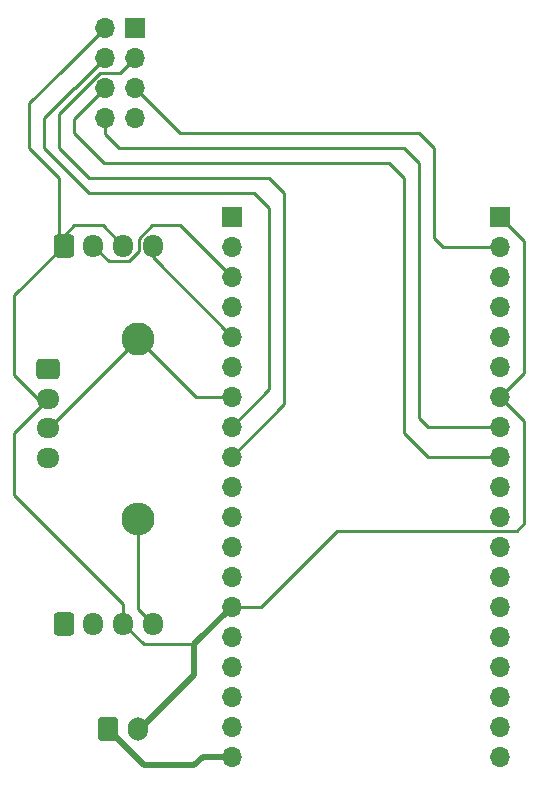
<source format=gbr>
%TF.GenerationSoftware,KiCad,Pcbnew,(6.0.2)*%
%TF.CreationDate,2022-03-10T14:49:54-08:00*%
%TF.ProjectId,node,6e6f6465-2e6b-4696-9361-645f70636258,rev?*%
%TF.SameCoordinates,Original*%
%TF.FileFunction,Copper,L2,Bot*%
%TF.FilePolarity,Positive*%
%FSLAX46Y46*%
G04 Gerber Fmt 4.6, Leading zero omitted, Abs format (unit mm)*
G04 Created by KiCad (PCBNEW (6.0.2)) date 2022-03-10 14:49:54*
%MOMM*%
%LPD*%
G01*
G04 APERTURE LIST*
G04 Aperture macros list*
%AMRoundRect*
0 Rectangle with rounded corners*
0 $1 Rounding radius*
0 $2 $3 $4 $5 $6 $7 $8 $9 X,Y pos of 4 corners*
0 Add a 4 corners polygon primitive as box body*
4,1,4,$2,$3,$4,$5,$6,$7,$8,$9,$2,$3,0*
0 Add four circle primitives for the rounded corners*
1,1,$1+$1,$2,$3*
1,1,$1+$1,$4,$5*
1,1,$1+$1,$6,$7*
1,1,$1+$1,$8,$9*
0 Add four rect primitives between the rounded corners*
20,1,$1+$1,$2,$3,$4,$5,0*
20,1,$1+$1,$4,$5,$6,$7,0*
20,1,$1+$1,$6,$7,$8,$9,0*
20,1,$1+$1,$8,$9,$2,$3,0*%
G04 Aperture macros list end*
%TA.AperFunction,ComponentPad*%
%ADD10R,1.700000X1.700000*%
%TD*%
%TA.AperFunction,ComponentPad*%
%ADD11O,1.700000X1.700000*%
%TD*%
%TA.AperFunction,ComponentPad*%
%ADD12RoundRect,0.250000X-0.600000X-0.750000X0.600000X-0.750000X0.600000X0.750000X-0.600000X0.750000X0*%
%TD*%
%TA.AperFunction,ComponentPad*%
%ADD13O,1.700000X2.000000*%
%TD*%
%TA.AperFunction,ComponentPad*%
%ADD14C,2.800000*%
%TD*%
%TA.AperFunction,ComponentPad*%
%ADD15O,2.800000X2.800000*%
%TD*%
%TA.AperFunction,ComponentPad*%
%ADD16RoundRect,0.250000X-0.600000X-0.725000X0.600000X-0.725000X0.600000X0.725000X-0.600000X0.725000X0*%
%TD*%
%TA.AperFunction,ComponentPad*%
%ADD17O,1.700000X1.950000*%
%TD*%
%TA.AperFunction,ComponentPad*%
%ADD18RoundRect,0.250000X-0.725000X0.600000X-0.725000X-0.600000X0.725000X-0.600000X0.725000X0.600000X0*%
%TD*%
%TA.AperFunction,ComponentPad*%
%ADD19O,1.950000X1.700000*%
%TD*%
%TA.AperFunction,Conductor*%
%ADD20C,0.250000*%
%TD*%
%TA.AperFunction,Conductor*%
%ADD21C,0.500000*%
%TD*%
G04 APERTURE END LIST*
D10*
%TO.P,J2,1,Pin_1*%
%TO.N,GND*%
X85825400Y-53127500D03*
D11*
%TO.P,J2,2,Pin_2*%
%TO.N,Net-(J2-Pad2)*%
X85825400Y-55667500D03*
%TO.P,J2,3,Pin_3*%
%TO.N,Net-(J2-Pad3)*%
X85825400Y-58207500D03*
%TO.P,J2,4,Pin_4*%
%TO.N,unconnected-(J2-Pad4)*%
X85825400Y-60747500D03*
%TO.P,J2,5,Pin_5*%
%TO.N,unconnected-(J2-Pad5)*%
X85825400Y-63287500D03*
%TO.P,J2,6,Pin_6*%
%TO.N,Net-(J2-Pad6)*%
X85825400Y-65827500D03*
%TO.P,J2,7,Pin_7*%
%TO.N,GND*%
X85825400Y-68367500D03*
%TO.P,J2,8,Pin_8*%
%TO.N,Net-(J2-Pad8)*%
X85825400Y-70907500D03*
%TO.P,J2,9,Pin_9*%
%TO.N,Net-(J2-Pad9)*%
X85825400Y-73447500D03*
%TO.P,J2,10,Pin_10*%
%TO.N,unconnected-(J2-Pad10)*%
X85825400Y-75987500D03*
%TO.P,J2,11,Pin_11*%
%TO.N,unconnected-(J2-Pad11)*%
X85825400Y-78527500D03*
%TO.P,J2,12,Pin_12*%
%TO.N,unconnected-(J2-Pad12)*%
X85825400Y-81067500D03*
%TO.P,J2,13,Pin_13*%
%TO.N,unconnected-(J2-Pad13)*%
X85825400Y-83607500D03*
%TO.P,J2,14,Pin_14*%
%TO.N,unconnected-(J2-Pad14)*%
X85825400Y-86147500D03*
%TO.P,J2,15,Pin_15*%
%TO.N,unconnected-(J2-Pad15)*%
X85825400Y-88687500D03*
%TO.P,J2,16,Pin_16*%
%TO.N,unconnected-(J2-Pad16)*%
X85825400Y-91227500D03*
%TO.P,J2,17,Pin_17*%
%TO.N,unconnected-(J2-Pad17)*%
X85825400Y-93767500D03*
%TO.P,J2,18,Pin_18*%
%TO.N,unconnected-(J2-Pad18)*%
X85825400Y-96307500D03*
%TO.P,J2,19,Pin_19*%
%TO.N,unconnected-(J2-Pad19)*%
X85825400Y-98847500D03*
%TD*%
D12*
%TO.P,J4,1,Pin_1*%
%TO.N,Net-(J1-Pad19)*%
X52624583Y-96527500D03*
D13*
%TO.P,J4,2,Pin_2*%
%TO.N,GND*%
X55124583Y-96527500D03*
%TD*%
D10*
%TO.P,J1,1,Pin_1*%
%TO.N,/3.3V*%
X63085418Y-53127500D03*
D11*
%TO.P,J1,2,Pin_2*%
%TO.N,unconnected-(J1-Pad2)*%
X63085418Y-55667500D03*
%TO.P,J1,3,Pin_3*%
%TO.N,Net-(J1-Pad3)*%
X63085418Y-58207500D03*
%TO.P,J1,4,Pin_4*%
%TO.N,unconnected-(J1-Pad4)*%
X63085418Y-60747500D03*
%TO.P,J1,5,Pin_5*%
%TO.N,Net-(J1-Pad5)*%
X63085418Y-63287500D03*
%TO.P,J1,6,Pin_6*%
%TO.N,unconnected-(J1-Pad6)*%
X63085418Y-65827500D03*
%TO.P,J1,7,Pin_7*%
%TO.N,Net-(J1-Pad7)*%
X63085418Y-68367500D03*
%TO.P,J1,8,Pin_8*%
%TO.N,Net-(J1-Pad8)*%
X63085418Y-70907500D03*
%TO.P,J1,9,Pin_9*%
%TO.N,Net-(J1-Pad9)*%
X63085418Y-73447500D03*
%TO.P,J1,10,Pin_10*%
%TO.N,unconnected-(J1-Pad10)*%
X63085418Y-75987500D03*
%TO.P,J1,11,Pin_11*%
%TO.N,unconnected-(J1-Pad11)*%
X63085418Y-78527500D03*
%TO.P,J1,12,Pin_12*%
%TO.N,unconnected-(J1-Pad12)*%
X63085418Y-81067500D03*
%TO.P,J1,13,Pin_13*%
%TO.N,unconnected-(J1-Pad13)*%
X63085418Y-83607500D03*
%TO.P,J1,14,Pin_14*%
%TO.N,GND*%
X63085418Y-86147500D03*
%TO.P,J1,15,Pin_15*%
%TO.N,unconnected-(J1-Pad15)*%
X63085418Y-88687500D03*
%TO.P,J1,16,Pin_16*%
%TO.N,unconnected-(J1-Pad16)*%
X63085418Y-91227500D03*
%TO.P,J1,17,Pin_17*%
%TO.N,unconnected-(J1-Pad17)*%
X63085418Y-93767500D03*
%TO.P,J1,18,Pin_18*%
%TO.N,unconnected-(J1-Pad18)*%
X63085418Y-96307500D03*
%TO.P,J1,19,Pin_19*%
%TO.N,Net-(J1-Pad19)*%
X63085418Y-98847500D03*
%TD*%
D14*
%TO.P,R1,1*%
%TO.N,Net-(J1-Pad7)*%
X55164583Y-63507500D03*
D15*
%TO.P,R1,2*%
%TO.N,/3.3V*%
X55164583Y-78747500D03*
%TD*%
D16*
%TO.P,J5,1,Pin_1*%
%TO.N,GND*%
X48874583Y-55587500D03*
D17*
%TO.P,J5,2,Pin_2*%
%TO.N,Net-(J1-Pad3)*%
X51374583Y-55587500D03*
%TO.P,J5,3,Pin_3*%
%TO.N,GND*%
X53874583Y-55587500D03*
%TO.P,J5,4,Pin_4*%
%TO.N,Net-(J1-Pad5)*%
X56374583Y-55587500D03*
%TD*%
D18*
%TO.P,J6,1,Pin_1*%
%TO.N,/3.3V*%
X47544583Y-66047500D03*
D19*
%TO.P,J6,2,Pin_2*%
%TO.N,GND*%
X47544583Y-68547500D03*
%TO.P,J6,3,Pin_3*%
%TO.N,Net-(J1-Pad7)*%
X47544583Y-71047500D03*
%TO.P,J6,4,Pin_4*%
%TO.N,unconnected-(J6-Pad4)*%
X47544583Y-73547500D03*
%TD*%
D16*
%TO.P,J7,1,Pin_1*%
%TO.N,Net-(J2-Pad6)*%
X48874583Y-87577500D03*
D17*
%TO.P,J7,2,Pin_2*%
%TO.N,Net-(J2-Pad3)*%
X51374583Y-87577500D03*
%TO.P,J7,3,Pin_3*%
%TO.N,GND*%
X53874583Y-87577500D03*
%TO.P,J7,4,Pin_4*%
%TO.N,/3.3V*%
X56374583Y-87577500D03*
%TD*%
D11*
%TO.P,J3,1,Pin_1*%
%TO.N,unconnected-(J3-Pad1)*%
X54850000Y-44797500D03*
%TO.P,J3,2,Pin_2*%
%TO.N,Net-(J2-Pad8)*%
X52310000Y-44797500D03*
%TO.P,J3,3,Pin_3*%
%TO.N,Net-(J2-Pad2)*%
X54850000Y-42257500D03*
%TO.P,J3,4,Pin_4*%
%TO.N,Net-(J2-Pad9)*%
X52310000Y-42257500D03*
%TO.P,J3,5,Pin_5*%
%TO.N,Net-(J1-Pad9)*%
X54850000Y-39717500D03*
%TO.P,J3,6,Pin_6*%
%TO.N,Net-(J1-Pad8)*%
X52310000Y-39717500D03*
D10*
%TO.P,J3,7,Pin_7*%
%TO.N,/3.3V*%
X54850000Y-37177500D03*
D11*
%TO.P,J3,8,Pin_8*%
%TO.N,GND*%
X52310000Y-37177500D03*
%TD*%
D20*
%TO.N,GND*%
X48480000Y-55192917D02*
X48480000Y-49877500D01*
X87850000Y-70392100D02*
X85825400Y-68367500D01*
X48480000Y-49877500D02*
X45940000Y-47337500D01*
X71995489Y-79702011D02*
X87235489Y-79702011D01*
X46667500Y-68547500D02*
X44670000Y-66550000D01*
X53874583Y-55587500D02*
X52137083Y-53850000D01*
X53874583Y-87577500D02*
X53874583Y-85914583D01*
X65550000Y-86147500D02*
X71995489Y-79702011D01*
X53874583Y-87577500D02*
X55620001Y-89322918D01*
X44670000Y-76710000D02*
X44670000Y-71422083D01*
X45940000Y-47337500D02*
X45940000Y-43527500D01*
X52137083Y-53850000D02*
X49750000Y-53850000D01*
X48874583Y-55587500D02*
X48480000Y-55192917D01*
X87850000Y-55152100D02*
X85825400Y-53127500D01*
X87235489Y-79702011D02*
X87850000Y-79087500D01*
X55332500Y-96527500D02*
X55124583Y-96527500D01*
X85825400Y-68367500D02*
X87805400Y-66387500D01*
X44670000Y-59792083D02*
X48874583Y-55587500D01*
D21*
X59910000Y-91950000D02*
X55332500Y-96527500D01*
D20*
X87805400Y-66387500D02*
X87850000Y-66387500D01*
X87850000Y-79087500D02*
X87850000Y-70392100D01*
X48874583Y-40612917D02*
X48854583Y-40612917D01*
X48874583Y-54725417D02*
X48874583Y-55587500D01*
X47544583Y-68547500D02*
X46667500Y-68547500D01*
X44670000Y-66550000D02*
X44670000Y-59792083D01*
X63085418Y-86147500D02*
X65550000Y-86147500D01*
X55620001Y-89322918D02*
X59910000Y-89322918D01*
X48854583Y-40612917D02*
X45940000Y-43527500D01*
X48874583Y-40612917D02*
X52310000Y-37177500D01*
X87850000Y-66387500D02*
X87850000Y-55152100D01*
D21*
X59910000Y-89322918D02*
X59910000Y-91950000D01*
D20*
X44670000Y-71422083D02*
X47544583Y-68547500D01*
D21*
X63085418Y-86147500D02*
X59910000Y-89322918D01*
D20*
X53874583Y-85914583D02*
X44670000Y-76710000D01*
X49750000Y-53850000D02*
X48874583Y-54725417D01*
%TO.N,/3.3V*%
X55164583Y-86367500D02*
X56374583Y-87577500D01*
X55164583Y-78747500D02*
X55164583Y-86367500D01*
%TO.N,Net-(J1-Pad8)*%
X47210000Y-44797500D02*
X49750000Y-42257500D01*
X51020000Y-51147500D02*
X47210000Y-47337500D01*
X49770000Y-42257500D02*
X52310000Y-39717500D01*
X47210000Y-47337500D02*
X47210000Y-44797500D01*
X66260000Y-52417500D02*
X64990000Y-51147500D01*
X66260000Y-67732918D02*
X66260000Y-52417500D01*
X63085418Y-70907500D02*
X66260000Y-67732918D01*
X49750000Y-42257500D02*
X49770000Y-42257500D01*
X57370000Y-51147500D02*
X51020000Y-51147500D01*
X64990000Y-51147500D02*
X57370000Y-51147500D01*
%TO.N,Net-(J1-Pad9)*%
X67530000Y-69002918D02*
X67530000Y-51147500D01*
X51918990Y-40987500D02*
X53580000Y-40987500D01*
X48480000Y-44426490D02*
X51918990Y-40987500D01*
X48480000Y-47337500D02*
X48480000Y-44426490D01*
X51020000Y-49877500D02*
X48480000Y-47337500D01*
X63085418Y-73447500D02*
X67530000Y-69002918D01*
X66260000Y-49877500D02*
X51020000Y-49877500D01*
X67530000Y-51147500D02*
X66260000Y-49877500D01*
X53580000Y-40987500D02*
X54850000Y-39717500D01*
%TO.N,Net-(J2-Pad2)*%
X80230000Y-54957500D02*
X80230000Y-47337500D01*
X80940000Y-55667500D02*
X80230000Y-54957500D01*
X80230000Y-47337500D02*
X78960000Y-46067500D01*
X58660000Y-46067500D02*
X54850000Y-42257500D01*
X78960000Y-46067500D02*
X58660000Y-46067500D01*
X85825400Y-55667500D02*
X80940000Y-55667500D01*
%TO.N,Net-(J1-Pad3)*%
X54361085Y-56887020D02*
X52674103Y-56887020D01*
X52674103Y-56887020D02*
X51374583Y-55587500D01*
X55200063Y-54975998D02*
X55200063Y-56048042D01*
X56326061Y-53850000D02*
X55200063Y-54975998D01*
X58727918Y-53850000D02*
X56326061Y-53850000D01*
X55200063Y-56048042D02*
X54361085Y-56887020D01*
X63085418Y-58207500D02*
X58727918Y-53850000D01*
%TO.N,Net-(J1-Pad5)*%
X56374583Y-56576665D02*
X56374583Y-55587500D01*
X63085418Y-63287500D02*
X56374583Y-56576665D01*
%TO.N,Net-(J1-Pad7)*%
X47544583Y-71047500D02*
X47624583Y-71047500D01*
X47624583Y-71047500D02*
X55164583Y-63507500D01*
X63085418Y-68367500D02*
X60024583Y-68367500D01*
X60024583Y-68367500D02*
X55164583Y-63507500D01*
D21*
%TO.N,Net-(J1-Pad19)*%
X59910000Y-99570000D02*
X60632500Y-98847500D01*
X52624583Y-96527500D02*
X55667083Y-99570000D01*
X60632500Y-98847500D02*
X63085418Y-98847500D01*
X55667083Y-99570000D02*
X59910000Y-99570000D01*
D20*
%TO.N,Net-(J2-Pad8)*%
X53560000Y-47337500D02*
X52310000Y-46087500D01*
X52310000Y-46087500D02*
X52310000Y-44797500D01*
X77690000Y-47337500D02*
X53560000Y-47337500D01*
X85825400Y-70907500D02*
X79670000Y-70907500D01*
X78960000Y-70197500D02*
X78960000Y-48607500D01*
X78960000Y-48607500D02*
X77690000Y-47337500D01*
X79670000Y-70907500D02*
X78960000Y-70197500D01*
%TO.N,Net-(J2-Pad9)*%
X79670000Y-73447500D02*
X78960000Y-72737500D01*
X49750000Y-44817500D02*
X52310000Y-42257500D01*
X77690000Y-58767500D02*
X77690000Y-49877500D01*
X52290000Y-48607500D02*
X49750000Y-46067500D01*
X77690000Y-71467500D02*
X77690000Y-58767500D01*
X85825400Y-73447500D02*
X79670000Y-73447500D01*
X49750000Y-46067500D02*
X49750000Y-44817500D01*
X77690000Y-49877500D02*
X76420000Y-48607500D01*
X76420000Y-48607500D02*
X52290000Y-48607500D01*
X78960000Y-72737500D02*
X77690000Y-71467500D01*
%TD*%
M02*

</source>
